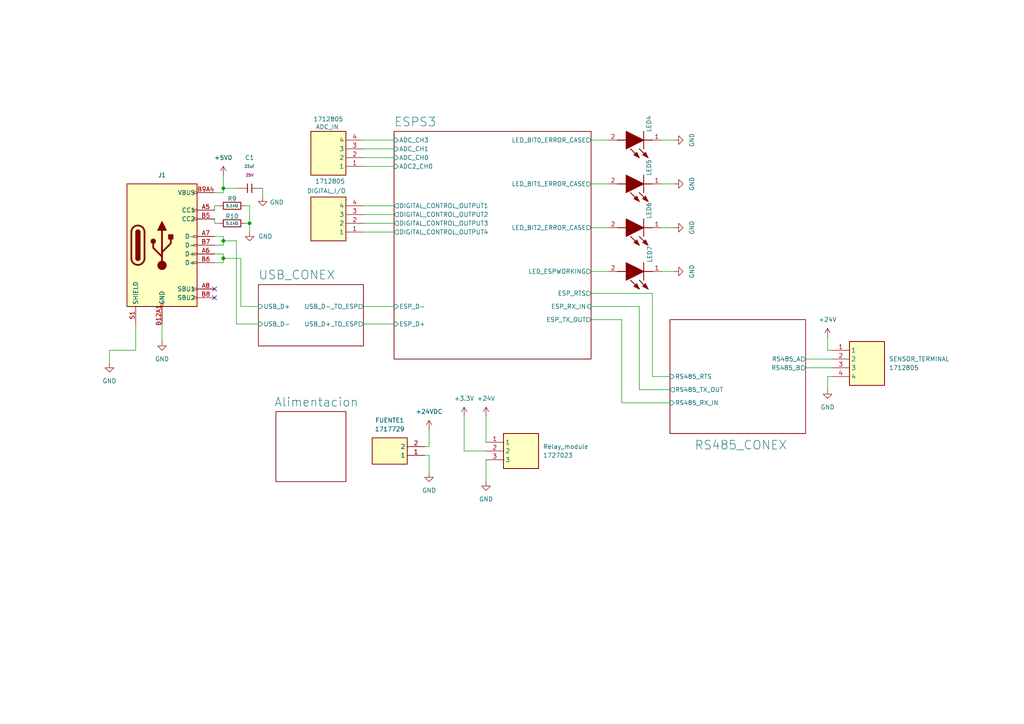
<source format=kicad_sch>
(kicad_sch (version 20250114) (generator "eeschema") (generator_version "9.0")
  (paper "A4")
  (lib_symbols
    (symbol "PCM_JLCPCB-Capacitors:0805,22uF" (pin_numbers (hide yes)) (pin_names (offset 0))
      (property "Reference" "C" (at 2.032 1.668 0))
      (property "Value" "22uF" (at 2.032 -0.3782 0))
      (property "Voltage Rated" "25V" (at 2.032 -2.0462 0))
      (symbol "0805,22uF_0_1"
        (polyline (pts (xy -1.27 0.635) (xy 1.27 0.635)) (stroke (width 0.254)))
        (polyline (pts (xy -1.27 -0.635) (xy 1.27 -0.635)) (stroke (width 0.254)))
      )
      (symbol "0805,22uF_1_1"
        (pin passive line (at 0 3.81 270) (length 3.175) (name "~") (number "1"))
        (pin passive line (at 0 -3.81 90) (length 3.175) (name "~") (number "2"))
      )
    )
    (symbol "PCM_JLCPCB-Extended:Connector, USB-TYPE-C-16P"
      (property "Reference" "J" (at 2.54 2.54 0))
      (symbol "Connector, USB-TYPE-C-16P_0_0"
        (rectangle (start -0.254 -17.78) (end 0.254 -16.764))
        (rectangle (start 10.16 15.494) (end 9.144 14.986))
        (rectangle (start 10.16 10.414) (end 9.144 9.906))
        (rectangle (start 10.16 7.874) (end 9.144 7.366))
        (rectangle (start 10.16 2.794) (end 9.144 2.286))
        (rectangle (start 10.16 0.254) (end 9.144 -0.254))
        (rectangle (start 10.16 -2.286) (end 9.144 -2.794))
        (rectangle (start 10.16 -4.826) (end 9.144 -5.334))
        (rectangle (start 10.16 -12.446) (end 9.144 -12.954))
        (rectangle (start 10.16 -14.986) (end 9.144 -15.494))
      )
      (symbol "Connector, USB-TYPE-C-16P_0_1"
        (rectangle (start -10.16 17.78) (end 10.16 -17.78) (stroke (width 0.254)) (fill (type background)))
        (polyline (pts (xy -8.89 -3.81) (xy -8.89 3.81)) (stroke (width 0.508)))
        (rectangle (start -7.62 -3.81) (end -6.35 3.81) (stroke (width 0.254)) (fill (type outline)))
        (arc (start -7.62 3.81) (mid -6.985 4.4423) (end -6.35 3.81) (stroke (width 0.254)))
        (arc (start -7.62 3.81) (mid -6.985 4.4423) (end -6.35 3.81) (stroke (width 0.254)) (fill (type outline)))
        (arc (start -8.89 3.81) (mid -6.985 5.7067) (end -5.08 3.81) (stroke (width 0.508)))
        (arc (start -5.08 -3.81) (mid -6.985 -5.7067) (end -8.89 -3.81) (stroke (width 0.508)))
        (arc (start -6.35 -3.81) (mid -6.985 -4.4423) (end -7.62 -3.81) (stroke (width 0.254)))
        (arc (start -6.35 -3.81) (mid -6.985 -4.4423) (end -7.62 -3.81) (stroke (width 0.254)) (fill (type outline)))
        (polyline (pts (xy -5.08 3.81) (xy -5.08 -3.81)) (stroke (width 0.508)))
        (circle (center -2.54 1.143) (radius 0.635) (stroke (width 0.254)) (fill (type outline)))
        (polyline (pts (xy -1.27 4.318) (xy 0 6.858) (xy 1.27 4.318) (xy -1.27 4.318)) (stroke (width 0.254)) (fill (type outline)))
        (polyline (pts (xy 0 -2.032) (xy 2.54 0.508) (xy 2.54 1.778)) (stroke (width 0.508)))
        (polyline (pts (xy 0 -3.302) (xy -2.54 -0.762) (xy -2.54 0.508)) (stroke (width 0.508)))
        (polyline (pts (xy 0 -5.842) (xy 0 4.318)) (stroke (width 0.508)))
        (circle (center 0 -5.842) (radius 1.27) (fill (type outline)))
        (rectangle (start 1.905 1.778) (end 3.175 3.048) (stroke (width 0.254)) (fill (type outline)))
      )
      (symbol "Connector, USB-TYPE-C-16P_1_1"
        (pin passive line (at -7.62 -22.86 90) (length 5.08) (name "SHIELD") (number "S1"))
        (pin passive line (at 0 -22.86 90) (length 5.08) (hide yes) (name "GND") (number "A12B1"))
        (pin passive line (at 0 -22.86 90) (length 5.08) (name "GND") (number "B12A1"))
        (pin passive line (at 15.24 15.24 180) (length 5.08) (hide yes) (name "VBUS") (number "A9B4"))
        (pin passive line (at 15.24 15.24 180) (length 5.08) (name "VBUS") (number "B9A4"))
        (pin bidirectional line (at 15.24 10.16 180) (length 5.08) (name "CC1") (number "A5"))
        (pin bidirectional line (at 15.24 7.62 180) (length 5.08) (name "CC2") (number "B5"))
        (pin bidirectional line (at 15.24 2.54 180) (length 5.08) (name "D-") (number "A7"))
        (pin bidirectional line (at 15.24 0 180) (length 5.08) (name "D-") (number "B7"))
        (pin bidirectional line (at 15.24 -2.54 180) (length 5.08) (name "D+") (number "A6"))
        (pin bidirectional line (at 15.24 -5.08 180) (length 5.08) (name "D+") (number "B6"))
        (pin bidirectional line (at 15.24 -12.7 180) (length 5.08) (name "SBU1") (number "A8"))
        (pin bidirectional line (at 15.24 -15.24 180) (length 5.08) (name "SBU2") (number "B8"))
      )
    )
    (symbol "PCM_JLCPCB-Resistors:0805,5.1kΩ" (pin_numbers (hide yes)) (pin_names (offset 0))
      (property "Reference" "R" (at 1.778 0 0))
      (property "Value" "5.1kΩ" (at 0 0 90))
      (symbol "0805,5.1kΩ_0_1"
        (rectangle (start -1.016 2.54) (end 1.016 -2.54) (stroke (width 0.254)))
      )
      (symbol "0805,5.1kΩ_1_1"
        (pin passive line (at 0 3.81 270) (length 1.27) (name "~") (number "1"))
        (pin passive line (at 0 -3.81 90) (length 1.27) (name "~") (number "2"))
      )
    )
    (symbol "SamacSys_Parts:1712805"
      (property "Reference" "J" (at 16.51 7.62 0))
      (property "Value" "1712805" (at 16.51 5.08 0))
      (symbol "1712805_1_1"
        (rectangle (start 5.08 2.54) (end 15.24 -10.16) (stroke (width 0.254)) (fill (type background)))
        (pin passive line (at 0 0 0) (length 5.08) (name "1") (number "1"))
        (pin passive line (at 0 -2.54 0) (length 5.08) (name "2") (number "2"))
        (pin passive line (at 0 -5.08 0) (length 5.08) (name "3") (number "3"))
        (pin passive line (at 0 -7.62 0) (length 5.08) (name "4") (number "4"))
      )
    )
    (symbol "SamacSys_Parts:1717729"
      (property "Reference" "J" (at 16.51 7.62 0))
      (property "Value" "1717729" (at 16.51 5.08 0))
      (symbol "1717729_1_1"
        (rectangle (start 5.08 2.54) (end 15.24 -5.08) (stroke (width 0.254)) (fill (type background)))
        (pin passive line (at 0 0 0) (length 5.08) (name "1") (number "1"))
        (pin passive line (at 0 -2.54 0) (length 5.08) (name "2") (number "2"))
      )
    )
    (symbol "SamacSys_Parts:1727023"
      (property "Reference" "J" (at 16.51 7.62 0))
      (property "Value" "1727023" (at 16.51 5.08 0))
      (symbol "1727023_1_1"
        (rectangle (start 5.08 2.54) (end 15.24 -7.62) (stroke (width 0.254)) (fill (type background)))
        (pin passive line (at 0 0 0) (length 5.08) (name "1") (number "1"))
        (pin passive line (at 0 -2.54 0) (length 5.08) (name "2") (number "2"))
        (pin passive line (at 0 -5.08 0) (length 5.08) (name "3") (number "3"))
      )
    )
    (symbol "SamacSys_Parts:KT-0603R" (pin_names (hide yes))
      (property "Reference" "LED" (at 12.7 8.89 0))
      (property "Value" "KT-0603R" (at 12.7 6.35 0))
      (symbol "KT-0603R_1_1"
        (polyline (pts (xy 2.54 0) (xy 5.08 0)) (stroke (width 0.254)))
        (polyline (pts (xy 5.08 2.54) (xy 5.08 -2.54)) (stroke (width 0.254)))
        (polyline (pts (xy 5.08 0) (xy 10.16 2.54) (xy 10.16 -2.54) (xy 5.08 0)) (stroke (width 0.254)) (fill (type outline)))
        (polyline (pts (xy 5.334 4.318) (xy 4.572 3.556) (xy 3.81 5.08) (xy 5.334 4.318)) (stroke (width 0.254)) (fill (type outline)))
        (polyline (pts (xy 6.35 2.54) (xy 3.81 5.08)) (stroke (width 0.254)))
        (polyline (pts (xy 7.874 4.318) (xy 7.112 3.556) (xy 6.35 5.08) (xy 7.874 4.318)) (stroke (width 0.254)) (fill (type outline)))
        (polyline (pts (xy 8.89 2.54) (xy 6.35 5.08)) (stroke (width 0.254)))
        (polyline (pts (xy 10.16 0) (xy 12.7 0)) (stroke (width 0.254)))
        (pin passive line (at 0 0 0) (length 2.54) (name "K") (number "1"))
        (pin passive line (at 15.24 0 180) (length 2.54) (name "A") (number "2"))
      )
    )
    (symbol "power:+24V" (power) (pin_numbers (hide yes)) (pin_names (offset 0) (hide yes))
      (property "Value" "+24V" (at 0 3.556 0))
      (symbol "+24V_0_1"
        (polyline (pts (xy -0.762 1.27) (xy 0 2.54)))
        (polyline (pts (xy 0 2.54) (xy 0.762 1.27)))
        (polyline (pts (xy 0 0) (xy 0 2.54)))
      )
      (symbol "+24V_1_1"
        (pin power_in line (at 0 0 90) (length 0) (name "~") (number "1"))
      )
    )
    (symbol "power:+3.3V" (power) (pin_numbers (hide yes)) (pin_names (offset 0) (hide yes))
      (property "Value" "+3.3V" (at 0 3.556 0))
      (symbol "+3.3V_0_1"
        (polyline (pts (xy -0.762 1.27) (xy 0 2.54)))
        (polyline (pts (xy 0 2.54) (xy 0.762 1.27)))
        (polyline (pts (xy 0 0) (xy 0 2.54)))
      )
      (symbol "+3.3V_1_1"
        (pin power_in line (at 0 0 90) (length 0) (name "~") (number "1"))
      )
    )
    (symbol "power:+5VD" (power) (pin_numbers (hide yes)) (pin_names (offset 0) (hide yes))
      (property "Value" "+5VD" (at 0 3.556 0))
      (symbol "+5VD_0_1"
        (polyline (pts (xy -0.762 1.27) (xy 0 2.54)))
        (polyline (pts (xy 0 2.54) (xy 0.762 1.27)))
        (polyline (pts (xy 0 0) (xy 0 2.54)))
      )
      (symbol "+5VD_1_1"
        (pin power_in line (at 0 0 90) (length 0) (name "~") (number "1"))
      )
    )
    (symbol "power:GND" (power) (pin_numbers (hide yes)) (pin_names (offset 0) (hide yes))
      (property "Value" "GND" (at 0 -3.81 0))
      (symbol "GND_0_1"
        (polyline (pts (xy 0 0) (xy 0 -1.27) (xy 1.27 -1.27) (xy 0 -2.54) (xy -1.27 -1.27) (xy 0 -1.27)))
      )
      (symbol "GND_1_1"
        (pin power_in line (at 0 0 270) (length 0) (name "~") (number "1"))
      )
    )
  )
  (junction (at 64.77 54.61))
  (junction (at 64.77 69.85))
  (junction (at 64.77 74.93))
  (junction (at 72.39 64.77))
  (no_connect (at 62.23 83.82))
  (no_connect (at 62.23 86.36))
  (wire (pts (xy 105.41 88.9) (xy 114.3 88.9)))
  (wire (pts (xy 62.23 60.96) (xy 62.23 59.69)))
  (wire (pts (xy 71.12 64.77) (xy 72.39 64.77)))
  (wire (pts (xy 189.23 85.09) (xy 171.45 85.09)))
  (wire (pts (xy 171.45 40.64) (xy 176.53 40.64)))
  (wire (pts (xy 105.41 40.64) (xy 114.3 40.64)))
  (wire (pts (xy 191.77 40.64) (xy 195.58 40.64)))
  (wire (pts (xy 191.77 78.74) (xy 195.58 78.74)))
  (wire (pts (xy 105.41 64.77) (xy 114.3 64.77)))
  (wire (pts (xy 63.5 64.77) (xy 62.23 64.77)))
  (wire (pts (xy 64.77 74.93) (xy 64.77 76.2)))
  (wire (pts (xy 240.03 109.22) (xy 241.3 109.22)))
  (wire (pts (xy 105.41 59.69) (xy 114.3 59.69)))
  (wire (pts (xy 64.77 73.66) (xy 62.23 73.66)))
  (wire (pts (xy 185.42 88.9) (xy 185.42 113.03)))
  (wire (pts (xy 105.41 43.18) (xy 114.3 43.18)))
  (wire (pts (xy 39.37 93.98) (xy 39.37 101.6)))
  (wire (pts (xy 105.41 62.23) (xy 114.3 62.23)))
  (wire (pts (xy 171.45 53.34) (xy 176.53 53.34)))
  (wire (pts (xy 64.77 76.2) (xy 62.23 76.2)))
  (wire (pts (xy 76.2 57.15) (xy 76.2 54.61)))
  (wire (pts (xy 68.58 93.98) (xy 68.58 69.85)))
  (wire (pts (xy 233.68 106.68) (xy 241.3 106.68)))
  (wire (pts (xy 64.77 50.8) (xy 64.77 54.61)))
  (wire (pts (xy 62.23 64.77) (xy 62.23 63.5)))
  (wire (pts (xy 64.77 55.88) (xy 62.23 55.88)))
  (wire (pts (xy 240.03 97.79) (xy 240.03 101.6)))
  (wire (pts (xy 171.45 78.74) (xy 176.53 78.74)))
  (wire (pts (xy 74.93 93.98) (xy 68.58 93.98)))
  (wire (pts (xy 241.3 101.6) (xy 240.03 101.6)))
  (wire (pts (xy 68.58 69.85) (xy 64.77 69.85)))
  (wire (pts (xy 189.23 109.22) (xy 194.31 109.22)))
  (wire (pts (xy 64.77 54.61) (xy 64.77 55.88)))
  (wire (pts (xy 31.75 101.6) (xy 31.75 105.41)))
  (wire (pts (xy 64.77 68.58) (xy 62.23 68.58)))
  (wire (pts (xy 64.77 71.12) (xy 62.23 71.12)))
  (wire (pts (xy 64.77 73.66) (xy 64.77 74.93)))
  (wire (pts (xy 124.46 132.08) (xy 123.19 132.08)))
  (wire (pts (xy 124.46 132.08) (xy 124.46 137.16)))
  (wire (pts (xy 140.97 120.65) (xy 140.97 128.27)))
  (wire (pts (xy 123.19 129.54) (xy 124.46 129.54)))
  (wire (pts (xy 185.42 113.03) (xy 194.31 113.03)))
  (wire (pts (xy 105.41 48.26) (xy 114.3 48.26)))
  (wire (pts (xy 180.34 116.84) (xy 180.34 92.71)))
  (wire (pts (xy 134.62 130.81) (xy 140.97 130.81)))
  (wire (pts (xy 185.42 88.9) (xy 171.45 88.9)))
  (wire (pts (xy 233.68 104.14) (xy 241.3 104.14)))
  (wire (pts (xy 105.41 67.31) (xy 114.3 67.31)))
  (wire (pts (xy 64.77 54.61) (xy 68.58 54.61)))
  (wire (pts (xy 171.45 66.04) (xy 176.53 66.04)))
  (wire (pts (xy 69.85 74.93) (xy 64.77 74.93)))
  (wire (pts (xy 64.77 68.58) (xy 64.77 69.85)))
  (wire (pts (xy 124.46 124.46) (xy 124.46 129.54)))
  (wire (pts (xy 39.37 101.6) (xy 31.75 101.6)))
  (wire (pts (xy 134.62 120.65) (xy 134.62 130.81)))
  (wire (pts (xy 105.41 93.98) (xy 114.3 93.98)))
  (wire (pts (xy 240.03 109.22) (xy 240.03 113.03)))
  (wire (pts (xy 72.39 64.77) (xy 72.39 59.69)))
  (wire (pts (xy 72.39 59.69) (xy 71.12 59.69)))
  (wire (pts (xy 180.34 116.84) (xy 194.31 116.84)))
  (wire (pts (xy 72.39 67.31) (xy 72.39 64.77)))
  (wire (pts (xy 105.41 45.72) (xy 114.3 45.72)))
  (wire (pts (xy 140.97 133.35) (xy 140.97 139.7)))
  (wire (pts (xy 62.23 59.69) (xy 63.5 59.69)))
  (wire (pts (xy 191.77 66.04) (xy 195.58 66.04)))
  (wire (pts (xy 189.23 109.22) (xy 189.23 85.09)))
  (wire (pts (xy 64.77 69.85) (xy 64.77 71.12)))
  (wire (pts (xy 180.34 92.71) (xy 171.45 92.71)))
  (wire (pts (xy 46.99 93.98) (xy 46.99 99.06)))
  (wire (pts (xy 69.85 88.9) (xy 69.85 74.93)))
  (wire (pts (xy 74.93 88.9) (xy 69.85 88.9)))
  (wire (pts (xy 191.77 53.34) (xy 195.58 53.34)))
  (symbol (lib_id "power:GND") (at 76.2 57.15 0) (unit 1)
    (property "Reference" "#PWR023" (effects (hide yes)))
    (property "Value" "GND" (at 80.264 58.674 0))
    (property "Description" "Power symbol creates a global label with name \"GND\" , ground" (effects (hide yes)))
  )
  (symbol (lib_id "power:GND") (at 140.97 139.7 0) (unit 1)
    (property "Reference" "#PWR020" (effects (hide yes)))
    (property "Value" "GND" (at 140.97 144.78 0))
    (property "Description" "Power symbol creates a global label with name \"GND\" , ground" (effects (hide yes)))
  )
  (symbol (lib_id "SamacSys_Parts:KT-0603R") (at 191.77 78.74 180) (unit 1)
    (property "Reference" "LED7" (at 188.468 76.2 90) (effects (justify right)))
    (property "Value" "KT-0603R" (effects (hide yes)))
    (property "Footprint" "LEDC1608X70N" (effects (hide yes)))
    (property "Datasheet" "https://datasheet.lcsc.com/szlcsc/Hubei-KENTO-Elec-KT-0603R_C2286.pdf" (effects (hide yes)))
    (property "Description" "Red 615~630nm 1.9~2.2V 0603 Light Emitting Diodes (LED) RoHS" (effects (hide yes)))
    (property "Height" "0.7" (effects (hide yes)))
    (property "Manufacturer_Name" "Hubei KENTO Elec" (effects (hide yes)))
    (property "Manufacturer_Part_Number" "KT-0603R" (effects (hide yes)))
    (property "JLC PART#" "C2286" (effects (hide yes)))
  )
  (symbol (lib_id "power:+24V") (at 240.03 97.79 0) (unit 1)
    (property "Reference" "#PWR011" (effects (hide yes)))
    (property "Value" "+24V" (at 240.03 92.71 0))
    (property "Description" "Power symbol creates a global label with name \"+24V\"" (effects (hide yes)))
  )
  (symbol (lib_id "power:+5VD") (at 124.46 124.46 0) (unit 1)
    (property "Reference" "#PWR018" (effects (hide yes)))
    (property "Value" "+24VDC" (at 124.46 119.38 0))
    (property "Description" "Power symbol creates a global label with name \"+5VD\"" (effects (hide yes)))
  )
  (symbol (lib_id "PCM_JLCPCB-Capacitors:0805,22uF") (at 72.39 54.61 90) (unit 1)
    (property "Reference" "C1" (at 72.39 45.72 90))
    (property "Value" "22uF" (at 72.39 48.26 90) (effects (font (size 0.8 0.8))))
    (property "Footprint" "PCM_JLCPCB:C_0805" (effects (hide yes)))
    (property "Datasheet" "https://www.lcsc.com/datasheet/lcsc_datasheet_2304140030_Samsung-Electro-Mechanics-CL21A226MAQNNNE_C45783.pdf" (effects (hide yes)))
    (property "Description" "25V 22uF X5R ±20% 0805 Multilayer Ceramic Capacitors MLCC - SMD/SMT ROHS" (effects (hide yes)))
    (property "LCSC" "C45783" (effects (hide yes)))
    (property "Stock" "1873210" (effects (hide yes)))
    (property "Price" "0.024USD" (effects (hide yes)))
    (property "Process" "SMT" (effects (hide yes)))
    (property "Minimum Qty" "20" (effects (hide yes)))
    (property "Attrition Qty" "6" (effects (hide yes)))
    (property "Class" "Basic Component" (effects (hide yes)))
    (property "Category" "Capacitors,Multilayer Ceramic Capacitors MLCC - SMD/SMT" (effects (hide yes)))
    (property "Manufacturer" "Samsung Electro-Mechanics" (effects (hide yes)))
    (property "Part" "CL21A226MAQNNNE" (effects (hide yes)))
    (property "Voltage Rated" "25V" (at 72.39 50.8 90) (effects (font (size 0.8 0.8))))
    (property "Tolerance" "±20%" (effects (hide yes)))
    (property "Capacitance" "22uF" (effects (hide yes)))
    (property "Temperature Coefficient" "X5R" (effects (hide yes)))
  )
  (symbol (lib_id "SamacSys_Parts:1727023") (at 140.97 128.27 0) (unit 1)
    (property "Reference" "Relay_module" (at 157.48 129.5399 0) (effects (justify left)))
    (property "Value" "1727023" (at 157.48 132.0799 0) (effects (justify left)))
    (property "Footprint" "1727023" (effects (hide yes)))
    (property "Datasheet" "https://datasheet.datasheetarchive.com/originals/distributors/SFDatasheet-2/sf-00050639.pdf" (effects (hide yes)))
    (property "Description" "PHOENIX CONTACT - 1727023 - Wire-To-Board Terminal Block, 3.81 mm, 3 Ways, 26 AWG, 16 AWG, 1.5 mm, Screw" (effects (hide yes)))
    (property "Height" "8.65" (effects (hide yes)))
    (property "Manufacturer_Name" "Phoenix Contact" (effects (hide yes)))
    (property "Manufacturer_Part_Number" "1727023" (effects (hide yes)))
    (property "Mouser Part Number" "651-1727023" (effects (hide yes)))
    (property "Mouser Price/Stock" "https://www.mouser.co.uk/ProductDetail/Phoenix-Contact/1727023?qs=tW%2FRIINyXrcH1wMFkkEATw%3D%3D" (effects (hide yes)))
    (property "Arrow Part Number" "1727023" (effects (hide yes)))
    (property "Arrow Price/Stock" "https://www.arrow.com/en/products/1727023/phoenix-contact?utm_currency=USD&region=nac" (effects (hide yes)))
  )
  (symbol (lib_id "power:GND") (at 72.39 67.31 0) (unit 1)
    (property "Reference" "#PWR09" (effects (hide yes)))
    (property "Value" "GND" (at 74.93 68.5799 0) (effects (justify left)))
    (property "Description" "Power symbol creates a global label with name \"GND\" , ground" (effects (hide yes)))
  )
  (symbol (lib_id "power:GND") (at 195.58 40.64 90) (unit 1)
    (property "Reference" "#PWR038" (effects (hide yes)))
    (property "Value" "GND" (at 200.66 40.64 0))
    (property "Description" "Power symbol creates a global label with name \"GND\" , ground" (effects (hide yes)))
  )
  (symbol (lib_id "SamacSys_Parts:1712805") (at 105.41 48.26 180) (unit 1)
    (property "Reference" "ADC_IN" (at 98.298 36.83 0) (effects (justify left)))
    (property "Value" "1712805" (at 99.568 34.544 0) (effects (justify left)))
    (property "Footprint" "1712805" (effects (hide yes)))
    (property "Datasheet" "http://www.phoenixcontact.com/de/produkte/1712805/pdf" (effects (hide yes)))
    (property "Description" "PCB terminal block, nominal current: 24 A, rated voltage (III/2): 400 V, nominal cross section: 2.5 mm?, Number of potentials: 4, Number of rows: 1, Number of positions per row: 4, product range: MKDS 3, pitch: 5.08 mm, connection method: Screw connection with tension sleeve, mounting: Wave soldering, conductor/PCB connection direction: 0 ?, color: green, Pin layout: Linear pinning, Solder pin [P]: 5 mm, type of packaging: packed in cardboard. The article can be aligned to create different nos. of positions" (effects (hide yes)))
    (property "Height" "18.2" (effects (hide yes)))
    (property "Manufacturer_Name" "Phoenix Contact" (effects (hide yes)))
    (property "Manufacturer_Part_Number" "1712805" (effects (hide yes)))
    (property "Mouser Part Number" "651-1712805" (effects (hide yes)))
    (property "Mouser Price/Stock" "https://www.mouser.co.uk/ProductDetail/Phoenix-Contact/1712805?qs=F79NelsxgYGg4qX65xdy5g%3D%3D" (effects (hide yes)))
    (property "Arrow Part Number" "1712805" (effects (hide yes)))
    (property "Arrow Price/Stock" "https://www.arrow.com/en/products/1712805/phoenix-contact?utm_currency=USD&region=nac" (effects (hide yes)))
    (property "JLC PART#" "C90087" (effects (hide yes)))
  )
  (symbol (lib_id "power:GND") (at 240.03 113.03 0) (unit 1)
    (property "Reference" "#PWR012" (effects (hide yes)))
    (property "Value" "GND" (at 240.03 118.11 0))
    (property "Description" "Power symbol creates a global label with name \"GND\" , ground" (effects (hide yes)))
  )
  (symbol (lib_id "PCM_JLCPCB-Resistors:0805,5.1kΩ") (at 67.31 59.69 90) (unit 1)
    (property "Reference" "R9" (at 67.31 57.658 90))
    (property "Value" "5.1kΩ" (at 67.31 59.69 90) (effects (font (size 0.8 0.8))))
    (property "Footprint" "PCM_JLCPCB:R_0805" (effects (hide yes)))
    (property "Datasheet" "https://www.lcsc.com/datasheet/lcsc_datasheet_2206010030_UNI-ROYAL-Uniroyal-Elec-0805W8F5101T5E_C27834.pdf" (effects (hide yes)))
    (property "Description" "125mW Thick Film Resistors 150V ±100ppm/°C ±1% 5.1kΩ 0805 Chip Resistor - Surface Mount ROHS" (effects (hide yes)))
    (property "LCSC" "C27834" (effects (hide yes)))
    (property "Stock" "2044387" (effects (hide yes)))
    (property "Price" "0.005USD" (effects (hide yes)))
    (property "Process" "SMT" (effects (hide yes)))
    (property "Minimum Qty" "20" (effects (hide yes)))
    (property "Attrition Qty" "10" (effects (hide yes)))
    (property "Class" "Basic Component" (effects (hide yes)))
    (property "Category" "Resistors,Chip Resistor - Surface Mount" (effects (hide yes)))
    (property "Manufacturer" "UNI-ROYAL(Uniroyal Elec)" (effects (hide yes)))
    (property "Part" "0805W8F5101T5E" (effects (hide yes)))
    (property "Resistance" "5.1kΩ" (effects (hide yes)))
    (property "Power(Watts)" "125mW" (effects (hide yes)))
    (property "Type" "Thick Film Resistors" (effects (hide yes)))
    (property "Overload Voltage (Max)" "150V" (effects (hide yes)))
    (property "Operating Temperature Range" "-55°C~+155°C" (effects (hide yes)))
    (property "Tolerance" "±1%" (effects (hide yes)))
    (property "Temperature Coefficient" "±100ppm/°C" (effects (hide yes)))
  )
  (symbol (lib_id "SamacSys_Parts:1712805") (at 241.3 101.6 0) (unit 1)
    (property "Reference" "SENSOR_TERMINAL" (at 257.81 104.1399 0) (effects (justify left)))
    (property "Value" "1712805" (at 257.81 106.6799 0) (effects (justify left)))
    (property "Footprint" "1712805" (effects (hide yes)))
    (property "Datasheet" "http://www.phoenixcontact.com/de/produkte/1712805/pdf" (effects (hide yes)))
    (property "Description" "PCB terminal block, nominal current: 24 A, rated voltage (III/2): 400 V, nominal cross section: 2.5 mm?, Number of potentials: 4, Number of rows: 1, Number of positions per row: 4, product range: MKDS 3, pitch: 5.08 mm, connection method: Screw connection with tension sleeve, mounting: Wave soldering, conductor/PCB connection direction: 0 ?, color: green, Pin layout: Linear pinning, Solder pin [P]: 5 mm, type of packaging: packed in cardboard. The article can be aligned to create different nos. of positions" (effects (hide yes)))
    (property "Height" "18.2" (effects (hide yes)))
    (property "Manufacturer_Name" "Phoenix Contact" (effects (hide yes)))
    (property "Manufacturer_Part_Number" "1712805" (effects (hide yes)))
    (property "Mouser Part Number" "651-1712805" (effects (hide yes)))
    (property "Mouser Price/Stock" "https://www.mouser.co.uk/ProductDetail/Phoenix-Contact/1712805?qs=F79NelsxgYGg4qX65xdy5g%3D%3D" (effects (hide yes)))
    (property "Arrow Part Number" "1712805" (effects (hide yes)))
    (property "Arrow Price/Stock" "https://www.arrow.com/en/products/1712805/phoenix-contact?utm_currency=USD&region=nac" (effects (hide yes)))
    (property "JLC PART#" "C90087" (effects (hide yes)))
  )
  (symbol (lib_id "SamacSys_Parts:1712805") (at 105.41 67.31 180) (unit 1)
    (property "Reference" "DIGITAL_I/O" (at 100.33 55.372 0) (effects (justify left)))
    (property "Value" "1712805" (at 100.076 52.578 0) (effects (justify left)))
    (property "Footprint" "1712805" (effects (hide yes)))
    (property "Datasheet" "http://www.phoenixcontact.com/de/produkte/1712805/pdf" (effects (hide yes)))
    (property "Description" "PCB terminal block, nominal current: 24 A, rated voltage (III/2): 400 V, nominal cross section: 2.5 mm?, Number of potentials: 4, Number of rows: 1, Number of positions per row: 4, product range: MKDS 3, pitch: 5.08 mm, connection method: Screw connection with tension sleeve, mounting: Wave soldering, conductor/PCB connection direction: 0 ?, color: green, Pin layout: Linear pinning, Solder pin [P]: 5 mm, type of packaging: packed in cardboard. The article can be aligned to create different nos. of positions" (effects (hide yes)))
    (property "Height" "18.2" (effects (hide yes)))
    (property "Manufacturer_Name" "Phoenix Contact" (effects (hide yes)))
    (property "Manufacturer_Part_Number" "1712805" (effects (hide yes)))
    (property "Mouser Part Number" "651-1712805" (effects (hide yes)))
    (property "Mouser Price/Stock" "https://www.mouser.co.uk/ProductDetail/Phoenix-Contact/1712805?qs=F79NelsxgYGg4qX65xdy5g%3D%3D" (effects (hide yes)))
    (property "Arrow Part Number" "1712805" (effects (hide yes)))
    (property "Arrow Price/Stock" "https://www.arrow.com/en/products/1712805/phoenix-contact?utm_currency=USD&region=nac" (effects (hide yes)))
    (property "JLC PART#" "C90087" (effects (hide yes)))
  )
  (symbol (lib_id "SamacSys_Parts:1717729") (at 123.19 132.08 180) (unit 1)
    (property "Reference" "FUENTE1" (at 113.03 121.92 0))
    (property "Value" "1717729" (at 113.03 124.46 0))
    (property "Footprint" "1717729" (effects (hide yes)))
    (property "Datasheet" "http://www.phoenixcontact.com/de/produkte/1717729/pdf" (effects (hide yes)))
    (property "Description" "PCB terminal block, nominal current: 17.5 A, rated voltage (III/2): 630 V, nominal cross section: 1.5 mm?, Number of potentials: 2, Number of rows: 1, Number of positions per row: 2, product range: GMKDS 1,5, pitch: 7.62 mm, connection method: Screw connection with tension sleeve, mounting: Wave soldering, conductor/PCB connection direction: 0 ?, color: green, Pin layout: Linear pinning, Solder pin [P]: 3.5 mm, type of packaging: packed in cardboard. The article can be aligned to create different nos. of po" (effects (hide yes)))
    (property "Height" "13.95" (effects (hide yes)))
    (property "Manufacturer_Name" "Phoenix Contact" (effects (hide yes)))
    (property "Manufacturer_Part_Number" "1717729" (effects (hide yes)))
    (property "Mouser Part Number" "651-1717729" (effects (hide yes)))
    (property "Mouser Price/Stock" "https://www.mouser.co.uk/ProductDetail/Phoenix-Contact/1717729?qs=GFUSqQMLmmnDNVVYKmEndA%3D%3D" (effects (hide yes)))
    (property "Arrow Part Number" "1717729" (effects (hide yes)))
    (property "Arrow Price/Stock" "https://www.arrow.com/en/products/1717729/phoenix-contact?utm_currency=USD&region=nac" (effects (hide yes)))
    (property "JLC PART#" "C89117" (effects (hide yes)))
  )
  (symbol (lib_id "SamacSys_Parts:KT-0603R") (at 191.77 40.64 180) (unit 1)
    (property "Reference" "LED4" (at 188.214 38.354 90) (effects (justify right)))
    (property "Value" "KT-0603R" (effects (hide yes)))
    (property "Footprint" "LEDC1608X70N" (effects (hide yes)))
    (property "Datasheet" "https://datasheet.lcsc.com/szlcsc/Hubei-KENTO-Elec-KT-0603R_C2286.pdf" (effects (hide yes)))
    (property "Description" "Red 615~630nm 1.9~2.2V 0603 Light Emitting Diodes (LED) RoHS" (effects (hide yes)))
    (property "Height" "0.7" (effects (hide yes)))
    (property "Manufacturer_Name" "Hubei KENTO Elec" (effects (hide yes)))
    (property "Manufacturer_Part_Number" "KT-0603R" (effects (hide yes)))
    (property "JLC PART#" "C2286" (effects (hide yes)))
  )
  (symbol (lib_id "PCM_JLCPCB-Resistors:0805,5.1kΩ") (at 67.31 64.77 90) (unit 1)
    (property "Reference" "R10" (at 67.31 62.738 90))
    (property "Value" "5.1kΩ" (at 67.31 64.77 90) (effects (font (size 0.8 0.8))))
    (property "Footprint" "PCM_JLCPCB:R_0805" (effects (hide yes)))
    (property "Datasheet" "https://www.lcsc.com/datasheet/lcsc_datasheet_2206010030_UNI-ROYAL-Uniroyal-Elec-0805W8F5101T5E_C27834.pdf" (effects (hide yes)))
    (property "Description" "125mW Thick Film Resistors 150V ±100ppm/°C ±1% 5.1kΩ 0805 Chip Resistor - Surface Mount ROHS" (effects (hide yes)))
    (property "LCSC" "C27834" (effects (hide yes)))
    (property "Stock" "2044387" (effects (hide yes)))
    (property "Price" "0.005USD" (effects (hide yes)))
    (property "Process" "SMT" (effects (hide yes)))
    (property "Minimum Qty" "20" (effects (hide yes)))
    (property "Attrition Qty" "10" (effects (hide yes)))
    (property "Class" "Basic Component" (effects (hide yes)))
    (property "Category" "Resistors,Chip Resistor - Surface Mount" (effects (hide yes)))
    (property "Manufacturer" "UNI-ROYAL(Uniroyal Elec)" (effects (hide yes)))
    (property "Part" "0805W8F5101T5E" (effects (hide yes)))
    (property "Resistance" "5.1kΩ" (effects (hide yes)))
    (property "Power(Watts)" "125mW" (effects (hide yes)))
    (property "Type" "Thick Film Resistors" (effects (hide yes)))
    (property "Overload Voltage (Max)" "150V" (effects (hide yes)))
    (property "Operating Temperature Range" "-55°C~+155°C" (effects (hide yes)))
    (property "Tolerance" "±1%" (effects (hide yes)))
    (property "Temperature Coefficient" "±100ppm/°C" (effects (hide yes)))
  )
  (symbol (lib_id "SamacSys_Parts:KT-0603R") (at 191.77 66.04 180) (unit 1)
    (property "Reference" "LED6" (at 188.214 63.5 90) (effects (justify right)))
    (property "Value" "KT-0603R" (effects (hide yes)))
    (property "Footprint" "LEDC1608X70N" (effects (hide yes)))
    (property "Datasheet" "https://datasheet.lcsc.com/szlcsc/Hubei-KENTO-Elec-KT-0603R_C2286.pdf" (effects (hide yes)))
    (property "Description" "Red 615~630nm 1.9~2.2V 0603 Light Emitting Diodes (LED) RoHS" (effects (hide yes)))
    (property "Height" "0.7" (effects (hide yes)))
    (property "Manufacturer_Name" "Hubei KENTO Elec" (effects (hide yes)))
    (property "Manufacturer_Part_Number" "KT-0603R" (effects (hide yes)))
    (property "JLC PART#" "C2286" (effects (hide yes)))
  )
  (symbol (lib_id "power:GND") (at 195.58 66.04 90) (unit 1)
    (property "Reference" "#PWR036" (effects (hide yes)))
    (property "Value" "GND" (at 200.66 66.04 0))
    (property "Description" "Power symbol creates a global label with name \"GND\" , ground" (effects (hide yes)))
  )
  (symbol (lib_id "power:+24V") (at 140.97 120.65 0) (unit 1)
    (property "Reference" "#PWR022" (effects (hide yes)))
    (property "Value" "+24V" (at 140.97 115.57 0))
    (property "Description" "Power symbol creates a global label with name \"+24V\"" (effects (hide yes)))
  )
  (symbol (lib_id "power:GND") (at 46.99 99.06 0) (unit 1)
    (property "Reference" "#PWR014" (effects (hide yes)))
    (property "Value" "GND" (at 46.99 104.14 0))
    (property "Description" "Power symbol creates a global label with name \"GND\" , ground" (effects (hide yes)))
  )
  (symbol (lib_id "PCM_JLCPCB-Extended:Connector, USB-TYPE-C-16P") (at 46.99 71.12 0) (unit 1)
    (property "Reference" "J1" (at 46.99 50.8 0))
    (property "Value" "Connector, USB-TYPE-C-16P" (effects (hide yes)))
    (property "Footprint" "PCM_JLCPCB:TYPE-C-SMD_HX-TYPE-C-16PIN" (effects (hide yes)))
    (property "Datasheet" "https://atta.szlcsc.com/upload/public/pdf/source/20220920/0EF8F885FCCEA71F60E9E85152155021.pdf" (effects (hide yes)))
    (property "Description" "3A 1 Horizontal attachment 16P Female -25℃~+85℃ Type-C SMD USB Connectors ROHS" (effects (hide yes)))
    (property "LCSC" "C2927039" (effects (hide yes)))
  )
  (symbol (lib_id "power:GND") (at 31.75 105.41 0) (unit 1)
    (property "Reference" "#PWR013" (effects (hide yes)))
    (property "Value" "GND" (at 31.75 110.49 0))
    (property "Description" "Power symbol creates a global label with name \"GND\" , ground" (effects (hide yes)))
  )
  (symbol (lib_id "SamacSys_Parts:KT-0603R") (at 191.77 53.34 180) (unit 1)
    (property "Reference" "LED5" (at 188.214 51.054 90) (effects (justify right)))
    (property "Value" "KT-0603R" (effects (hide yes)))
    (property "Footprint" "LEDC1608X70N" (effects (hide yes)))
    (property "Datasheet" "https://datasheet.lcsc.com/szlcsc/Hubei-KENTO-Elec-KT-0603R_C2286.pdf" (effects (hide yes)))
    (property "Description" "Red 615~630nm 1.9~2.2V 0603 Light Emitting Diodes (LED) RoHS" (effects (hide yes)))
    (property "Height" "0.7" (effects (hide yes)))
    (property "Manufacturer_Name" "Hubei KENTO Elec" (effects (hide yes)))
    (property "Manufacturer_Part_Number" "KT-0603R" (effects (hide yes)))
    (property "JLC PART#" "C2286" (effects (hide yes)))
  )
  (symbol (lib_id "power:+5VD") (at 64.77 50.8 0) (unit 1)
    (property "Reference" "#PWR017" (effects (hide yes)))
    (property "Value" "+5VD" (at 64.77 45.72 0))
    (property "Description" "Power symbol creates a global label with name \"+5VD\"" (effects (hide yes)))
  )
  (symbol (lib_id "power:GND") (at 195.58 78.74 90) (unit 1)
    (property "Reference" "#PWR035" (effects (hide yes)))
    (property "Value" "GND" (at 200.66 78.74 0))
    (property "Description" "Power symbol creates a global label with name \"GND\" , ground" (effects (hide yes)))
  )
  (symbol (lib_id "power:GND") (at 124.46 137.16 0) (unit 1)
    (property "Reference" "#PWR024" (effects (hide yes)))
    (property "Value" "GND" (at 124.46 142.24 0))
    (property "Description" "Power symbol creates a global label with name \"GND\" , ground" (effects (hide yes)))
  )
  (symbol (lib_id "power:GND") (at 195.58 53.34 90) (unit 1)
    (property "Reference" "#PWR037" (effects (hide yes)))
    (property "Value" "GND" (at 200.66 53.34 0))
    (property "Description" "Power symbol creates a global label with name \"GND\" , ground" (effects (hide yes)))
  )
  (symbol (lib_id "power:+3.3V") (at 134.62 120.65 0) (unit 1)
    (property "Reference" "#PWR040" (effects (hide yes)))
    (property "Value" "+3.3V" (at 134.62 115.57 0))
    (property "Description" "Power symbol creates a global label with name \"+3.3V\"" (effects (hide yes)))
  )
  (sheet (at 74.93 82.55) (size 30.48 17.78) (stroke (width 0.1524))
    (property "Sheetname" "USB_CONEX" (at 74.93 81.2034 0) (effects (font (size 2.54 2.54)) (justify left bottom)))
    (property "Sheetfile" "USB.kicad_sch" (effects (hide yes)))
    (pin "USB_D+" input (at 74.93 88.9 180))
    (pin "USB_D-" input (at 74.93 93.98 180))
    (pin "USB_D-_TO_ESP" output (at 105.41 88.9 0))
    (pin "USB_D+_TO_ESP" output (at 105.41 93.98 0))
  )
  (sheet (at 114.3 38.1) (size 57.15 66.04) (stroke (width 0.1524))
    (property "Sheetname" "ESPS3" (at 114.3 36.83 0) (effects (font (size 2.54 2.54)) (justify left bottom)))
    (property "Sheetfile" "KICADESPCONEX.kicad_sch" (effects (hide yes)))
    (pin "ESP_RTS" output (at 171.45 85.09 0))
    (pin "ESP_RX_IN" input (at 171.45 88.9 0))
    (pin "ESP_TX_OUT" output (at 171.45 92.71 0))
    (pin "ADC_CH0" input (at 114.3 45.72 180))
    (pin "ADC_CH1" input (at 114.3 43.18 180))
    (pin "ADC_CH3" input (at 114.3 40.64 180))
    (pin "DIGITAL_CONTROL_OUTPUT1" output (at 114.3 59.69 180))
    (pin "DIGITAL_CONTROL_OUTPUT2" output (at 114.3 62.23 180))
    (pin "DIGITAL_CONTROL_OUTPUT3" output (at 114.3 64.77 180))
    (pin "DIGITAL_CONTROL_OUTPUT4" output (at 114.3 67.31 180))
    (pin "ESP_D+" input (at 114.3 93.98 180))
    (pin "ESP_D-" input (at 114.3 88.9 180))
    (pin "LED_BIT0_ERROR_CASE" output (at 171.45 40.64 0))
    (pin "LED_BIT1_ERROR_CASE" output (at 171.45 53.34 0))
    (pin "LED_BIT2_ERROR_CASE" output (at 171.45 66.04 0))
    (pin "LED_ESPWORKING" output (at 171.45 78.74 0))
    (pin "ADC2_CH0" input (at 114.3 48.26 180))
  )
  (sheet (at 80.01 119.38) (size 20.32 20.32) (stroke (width 0.1524))
    (property "Sheetname" "Alimentacion" (at 79.502 118.11 0) (effects (font (size 2.54 2.54)) (justify left bottom)))
    (property "Sheetfile" "kicad_alimentacion.kicad_sch" (effects (hide yes)))
  )
  (sheet (at 194.31 92.71) (size 39.37 33.02) (stroke (width 0.1524))
    (property "Sheetname" "RS485_CONEX" (at 201.422 130.556 0) (effects (font (size 2.54 2.54)) (justify left bottom)))
    (property "Sheetfile" "RS485.kicad_sch" (effects (hide yes)))
    (pin "RS485_A" output (at 233.68 104.14 0))
    (pin "RS485_B" output (at 233.68 106.68 0))
    (pin "RS485_RTS" input (at 194.31 109.22 180))
    (pin "RS485_RX_IN" input (at 194.31 116.84 180))
    (pin "RS485_TX_OUT" output (at 194.31 113.03 180))
  )
)
</source>
